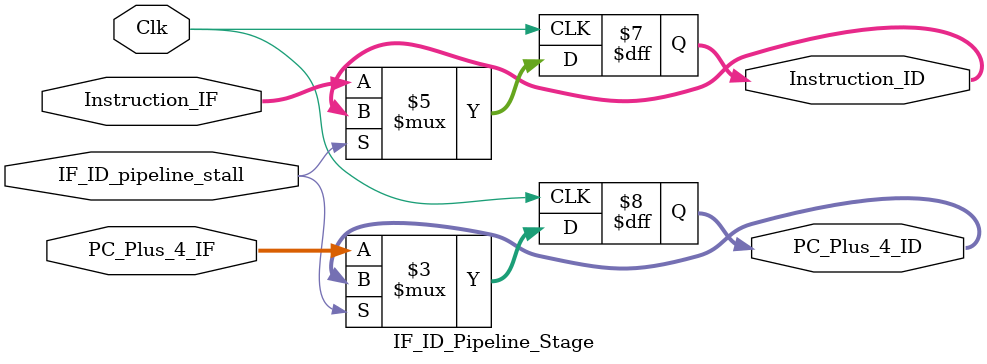
<source format=v>

module IF_ID_Pipeline_Stage(
			     input [31:0]  Instruction_IF,
			     input [31:0]	   PC_Plus_4_IF,
				  input 			IF_ID_pipeline_stall,	
				
			     output reg [31:0] Instruction_ID,
			     output reg [31:0]  PC_Plus_4_ID,
			     input 	   Clk
			     );
   
   always@(posedge Clk)
	begin
	if(!IF_ID_pipeline_stall)begin
	Instruction_ID <= Instruction_IF;
	PC_Plus_4_ID <= PC_Plus_4_IF;
	end	//endif
	end	//end always

endmodule // IF_ID_Pipeline_Stage





   
   

</source>
